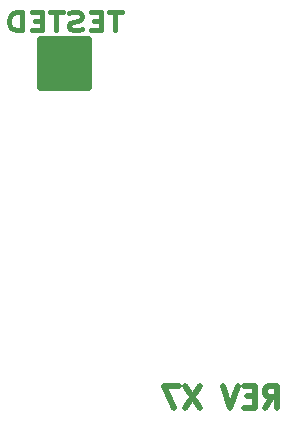
<source format=gbr>
G04 #@! TF.GenerationSoftware,KiCad,Pcbnew,(5.1.5)-3*
G04 #@! TF.CreationDate,2020-04-12T13:36:15-04:00*
G04 #@! TF.ProjectId,EP2C5-DB,45503243-352d-4444-922e-6b696361645f,X2*
G04 #@! TF.SameCoordinates,Original*
G04 #@! TF.FileFunction,Legend,Bot*
G04 #@! TF.FilePolarity,Positive*
%FSLAX46Y46*%
G04 Gerber Fmt 4.6, Leading zero omitted, Abs format (unit mm)*
G04 Created by KiCad (PCBNEW (5.1.5)-3) date 2020-04-12 13:36:15*
%MOMM*%
%LPD*%
G04 APERTURE LIST*
%ADD10C,0.476250*%
%ADD11C,0.650000*%
%ADD12C,0.381000*%
G04 APERTURE END LIST*
D10*
X101545571Y-90523785D02*
X102180571Y-89616642D01*
X102634142Y-90523785D02*
X102634142Y-88618785D01*
X101908428Y-88618785D01*
X101727000Y-88709500D01*
X101636285Y-88800214D01*
X101545571Y-88981642D01*
X101545571Y-89253785D01*
X101636285Y-89435214D01*
X101727000Y-89525928D01*
X101908428Y-89616642D01*
X102634142Y-89616642D01*
X100729142Y-89525928D02*
X100094142Y-89525928D01*
X99822000Y-90523785D02*
X100729142Y-90523785D01*
X100729142Y-88618785D01*
X99822000Y-88618785D01*
X99277714Y-88618785D02*
X98642714Y-90523785D01*
X98007714Y-88618785D01*
X96102714Y-88618785D02*
X94832714Y-90523785D01*
X94832714Y-88618785D02*
X96102714Y-90523785D01*
X94288428Y-88618785D02*
X93018428Y-88618785D01*
X93834857Y-90523785D01*
D11*
X82582000Y-59341000D02*
X86582000Y-59341000D01*
X86582000Y-59341000D02*
X86582000Y-63341000D01*
X86582000Y-63341000D02*
X82582000Y-63341000D01*
X82582000Y-63341000D02*
X82582000Y-59341000D01*
X82582000Y-59341000D02*
X82582000Y-59841000D01*
X82582000Y-59841000D02*
X86582000Y-59841000D01*
X86582000Y-59841000D02*
X86582000Y-60341000D01*
X86582000Y-60341000D02*
X82582000Y-60341000D01*
X82582000Y-60341000D02*
X82582000Y-60841000D01*
X82582000Y-60841000D02*
X86582000Y-60841000D01*
X86582000Y-60841000D02*
X86582000Y-61341000D01*
X86582000Y-61341000D02*
X82582000Y-61341000D01*
X82582000Y-61341000D02*
X82582000Y-61841000D01*
X82582000Y-61841000D02*
X86082000Y-61841000D01*
X86082000Y-61841000D02*
X86582000Y-61841000D01*
X86582000Y-61841000D02*
X86582000Y-62341000D01*
X86582000Y-62341000D02*
X82582000Y-62341000D01*
X82582000Y-62341000D02*
X82582000Y-62841000D01*
X82582000Y-62841000D02*
X86582000Y-62841000D01*
D12*
X89435214Y-57006428D02*
X88346642Y-57006428D01*
X88890928Y-58530428D02*
X88890928Y-57006428D01*
X87711642Y-57732142D02*
X87076642Y-57732142D01*
X86804500Y-58530428D02*
X87711642Y-58530428D01*
X87711642Y-57006428D01*
X86804500Y-57006428D01*
X86078785Y-58457857D02*
X85806642Y-58530428D01*
X85353071Y-58530428D01*
X85171642Y-58457857D01*
X85080928Y-58385285D01*
X84990214Y-58240142D01*
X84990214Y-58095000D01*
X85080928Y-57949857D01*
X85171642Y-57877285D01*
X85353071Y-57804714D01*
X85715928Y-57732142D01*
X85897357Y-57659571D01*
X85988071Y-57587000D01*
X86078785Y-57441857D01*
X86078785Y-57296714D01*
X85988071Y-57151571D01*
X85897357Y-57079000D01*
X85715928Y-57006428D01*
X85262357Y-57006428D01*
X84990214Y-57079000D01*
X84445928Y-57006428D02*
X83357357Y-57006428D01*
X83901642Y-58530428D02*
X83901642Y-57006428D01*
X82722357Y-57732142D02*
X82087357Y-57732142D01*
X81815214Y-58530428D02*
X82722357Y-58530428D01*
X82722357Y-57006428D01*
X81815214Y-57006428D01*
X80998785Y-58530428D02*
X80998785Y-57006428D01*
X80545214Y-57006428D01*
X80273071Y-57079000D01*
X80091642Y-57224142D01*
X80000928Y-57369285D01*
X79910214Y-57659571D01*
X79910214Y-57877285D01*
X80000928Y-58167571D01*
X80091642Y-58312714D01*
X80273071Y-58457857D01*
X80545214Y-58530428D01*
X80998785Y-58530428D01*
M02*

</source>
